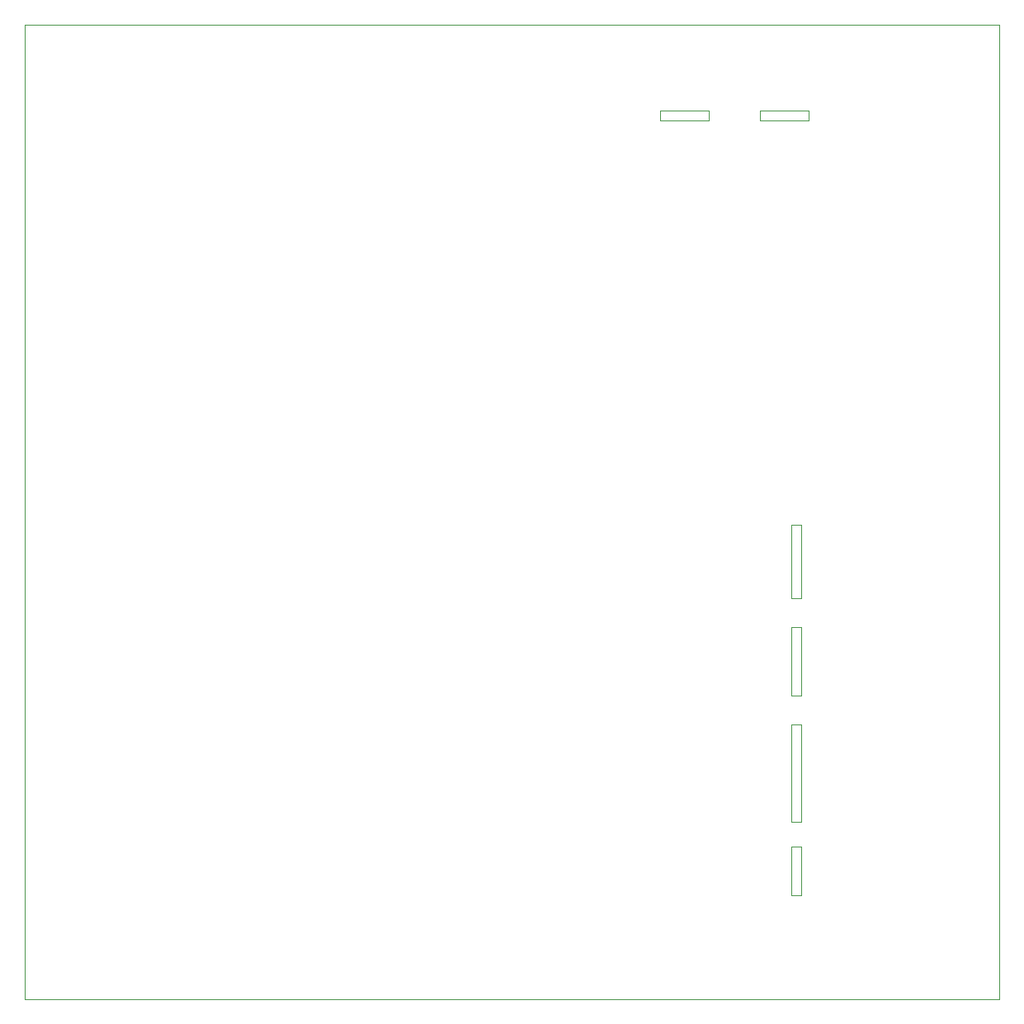
<source format=gbr>
%TF.GenerationSoftware,KiCad,Pcbnew,(5.1.6)-1*%
%TF.CreationDate,2020-06-29T23:41:49+02:00*%
%TF.ProjectId,EnergyMonitor,456e6572-6779-44d6-9f6e-69746f722e6b,1.0*%
%TF.SameCoordinates,Original*%
%TF.FileFunction,Profile,NP*%
%FSLAX46Y46*%
G04 Gerber Fmt 4.6, Leading zero omitted, Abs format (unit mm)*
G04 Created by KiCad (PCBNEW (5.1.6)-1) date 2020-06-29 23:41:49*
%MOMM*%
%LPD*%
G01*
G04 APERTURE LIST*
%TA.AperFunction,Profile*%
%ADD10C,0.050000*%
%TD*%
G04 APERTURE END LIST*
D10*
X126250000Y-79000000D02*
X126250000Y-78000000D01*
X131250000Y-79000000D02*
X126250000Y-79000000D01*
X131250000Y-78000000D02*
X131250000Y-79000000D01*
X126250000Y-78000000D02*
X131250000Y-78000000D01*
X116000000Y-79000000D02*
X116000000Y-78000000D01*
X121000000Y-79000000D02*
X116000000Y-79000000D01*
X121000000Y-78000000D02*
X121000000Y-79000000D01*
X116000000Y-78000000D02*
X121000000Y-78000000D01*
X129500000Y-158500000D02*
X129500000Y-153500000D01*
X130500000Y-153500000D02*
X130500000Y-158500000D01*
X130500000Y-151000000D02*
X129500000Y-151000000D01*
X129500000Y-153500000D02*
X130500000Y-153500000D01*
X129500000Y-120500000D02*
X129500000Y-128000000D01*
X130500000Y-120500000D02*
X129500000Y-120500000D01*
X130500000Y-128000000D02*
X130500000Y-120500000D01*
X129500000Y-128000000D02*
X130500000Y-128000000D01*
X129500000Y-151000000D02*
X129500000Y-141000000D01*
X130500000Y-158500000D02*
X129500000Y-158500000D01*
X130500000Y-141000000D02*
X130500000Y-151000000D01*
X129500000Y-141000000D02*
X130500000Y-141000000D01*
X129500000Y-138000000D02*
X129500000Y-131000000D01*
X130500000Y-138000000D02*
X129500000Y-138000000D01*
X130500000Y-131000000D02*
X130500000Y-138000000D01*
X129500000Y-131000000D02*
X130500000Y-131000000D01*
X50800000Y-169200000D02*
X50800000Y-69200000D01*
X150800000Y-169200000D02*
X50800000Y-169200000D01*
X150800000Y-69200000D02*
X150800000Y-169200000D01*
X50800000Y-69200000D02*
X150800000Y-69200000D01*
M02*

</source>
